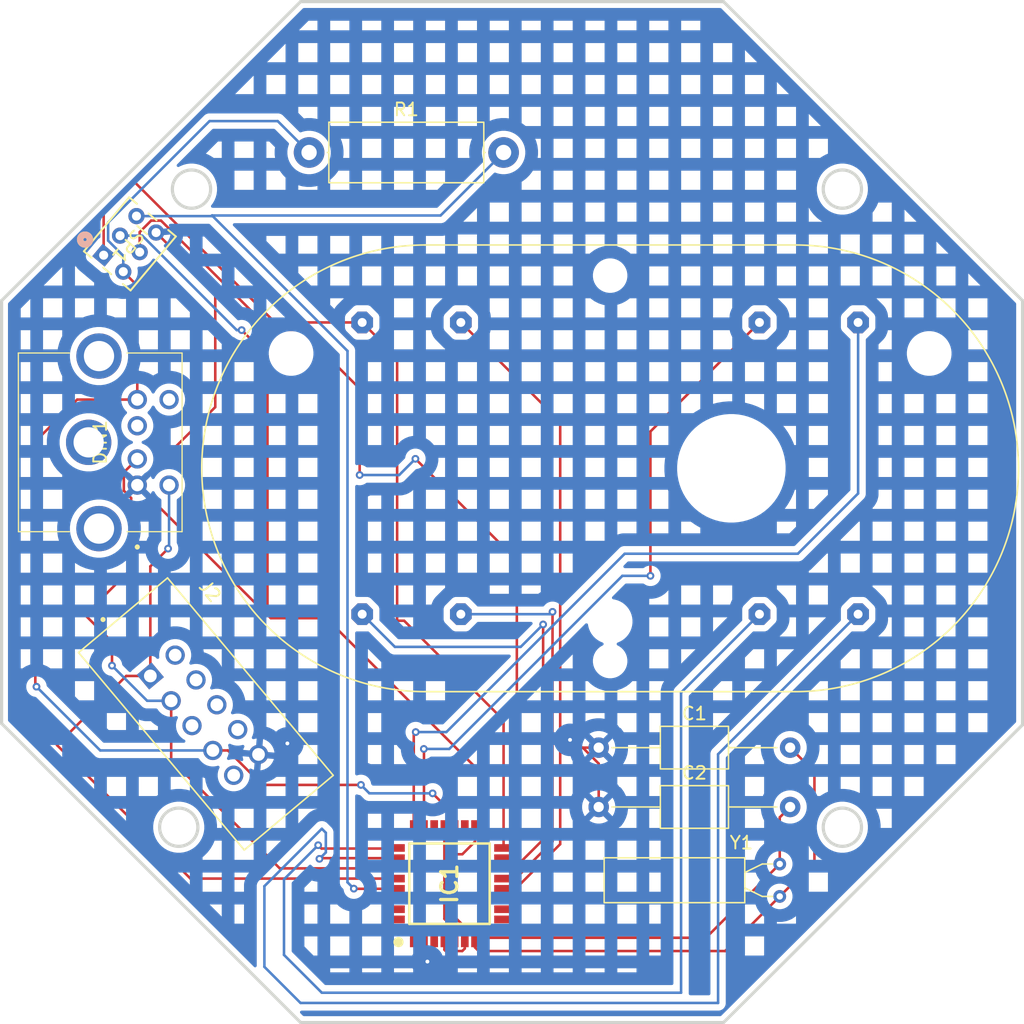
<source format=kicad_pcb>
(kicad_pcb (version 20241229) (generator "pcbnew") (generator_version "9.0")
  (layers (0 "F.Cu" signal) (2 "B.Cu" signal) (13 "F.Paste" user) (15 "B.Paste" user) (5 "F.SilkS" user "F.Silkscreen") (7 "B.SilkS" user "B.Silkscreen") (1 "F.Mask" user) (3 "B.Mask" user) (25 "Edge.Cuts" user))
  (net 0 "")
  (net 1 "GND")
  (net 2 "Net-(IC1-(PCINT6{slash}XTAL1{slash}TOSC1)_PB6)")
  (net 3 "Net-(IC1-(PCINT7{slash}XTAL2{slash}TOSC2)_PB7)")
  (net 4 "SDA")
  (net 8 "VCC")
  (net 11 "SCL")
  (net 13 "PD3")
  (net 14 "MOT_HOUR_A")
  (net 16 "MOT_MINUTE_A")
  (net 20 "MOT_MINUTE_D")
  (net 21 "SCK")
  (net 22 "MOT_HOUR_C")
  (net 23 "RESET")
  (net 24 "MISO&MOT_MINUTE_B")
  (net 25 "PD2")
  (net 26 "MOT_HOUR_D")
  (net 27 "MOT_HOUR_B")
  (net 28 "MOSI")
  (net 31 "MOT_MINUTE_C")
  (footprint "SamacSys_Parts:QFP80P900X900X120-32N" (layer "F.Cu") (at 133.3538 121.4056 90)
    (property "Reference" "IC1" (at 0 0 90) (layer "F.SilkS") (effects (font (size 1.27 1.27) (thickness 0.254))))
    (property "Value" "ATMEGA328-AU" (hide yes))
    (fp_line (start 3.15 -3.15) (end 3.15 3.15) (stroke (width 0.2)) (layer "F.SilkS"))
    (fp_line (start -3.15 -3.15) (end 3.15 -3.15) (stroke (width 0.2)) (layer "F.SilkS"))
    (fp_line (start 3.15 3.15) (end -3.15 3.15) (stroke (width 0.2)) (layer "F.SilkS"))
    (fp_line (start -3.15 3.15) (end -3.15 -3.15) (stroke (width 0.2)) (layer "F.SilkS"))
    (fp_circle (center -4.575 -4.000001) (end -4.575 -3.8) (stroke (width 0.4)) (fill no) (layer "F.SilkS"))
    (pad "1" smd rect (at -4.238001 -2.8 180) (size 0.6 1.475) (layers "F.Cu" "F.Mask" "F.Paste") (net 13 "PD3"))
    (pad "2" smd rect (at -4.238 -2 180) (size 0.6 1.475) (layers "F.Cu" "F.Mask" "F.Paste"))
    (pad "3" smd rect (at -4.238 -1.200001 180) (size 0.6 1.475) (layers "F.Cu" "F.Mask" "F.Paste") (net 1 "GND"))
    (pad "4" smd rect (at -4.238 -0.4 180) (size 0.6 1.475) (layers "F.Cu" "F.Mask" "F.Paste") (net 8 "VCC"))
    (pad "5" smd rect (at -4.238 0.4 180) (size 0.6 1.475) (layers "F.Cu" "F.Mask" "F.Paste") (net 1 "GND"))
    (pad "6" smd rect (at -4.238 1.200001 180) (size 0.6 1.475) (layers "F.Cu" "F.Mask" "F.Paste") (net 8 "VCC"))
    (pad "7" smd rect (at -4.238 2 180) (size 0.6 1.475) (layers "F.Cu" "F.Mask" "F.Paste") (net 2 "Net-(IC1-(PCINT6{slash}XTAL1{slash}TOSC1)_PB6)"))
    (pad "8" smd rect (at -4.238001 2.8 180) (size 0.6 1.475) (layers "F.Cu" "F.Mask" "F.Paste") (net 3 "Net-(IC1-(PCINT7{slash}XTAL2{slash}TOSC2)_PB7)"))
    (pad "9" smd rect (at -2.8 4.238001 90) (size 0.6 1.475) (layers "F.Cu" "F.Mask" "F.Paste"))
    (pad "10" smd rect (at -2 4.238 90) (size 0.6 1.475) (layers "F.Cu" "F.Mask" "F.Paste"))
    (pad "11" smd rect (at -1.200001 4.238 90) (size 0.6 1.475) (layers "F.Cu" "F.Mask" "F.Paste"))
    (pad "12" smd rect (at -0.4 4.238 90) (size 0.6 1.475) (layers "F.Cu" "F.Mask" "F.Paste") (net 20 "MOT_MINUTE_D"))
    (pad "13" smd rect (at 0.4 4.238 90) (size 0.6 1.475) (layers "F.Cu" "F.Mask" "F.Paste") (net 31 "MOT_MINUTE_C"))
    (pad "14" smd rect (at 1.200001 4.238 90) (size 0.6 1.475) (layers "F.Cu" "F.Mask" "F.Paste") (net 16 "MOT_MINUTE_A"))
    (pad "15" smd rect (at 2 4.238 90) (size 0.6 1.475) (layers "F.Cu" "F.Mask" "F.Paste") (net 28 "MOSI"))
    (pad "16" smd rect (at 2.8 4.238001 90) (size 0.6 1.475) (layers "F.Cu" "F.Mask" "F.Paste") (net 24 "MISO&MOT_MINUTE_B"))
    (pad "17" smd rect (at 4.238001 2.8 180) (size 0.6 1.475) (layers "F.Cu" "F.Mask" "F.Paste") (net 21 "SCK"))
    (pad "18" smd rect (at 4.238 2 180) (size 0.6 1.475) (layers "F.Cu" "F.Mask" "F.Paste") (net 8 "VCC"))
    (pad "19" smd rect (at 4.238 1.200001 180) (size 0.6 1.475) (layers "F.Cu" "F.Mask" "F.Paste"))
    (pad "20" smd rect (at 4.238 0.4 180) (size 0.6 1.475) (layers "F.Cu" "F.Mask" "F.Paste") (net 8 "VCC"))
    (pad "21" smd rect (at 4.238 -0.4 180) (size 0.6 1.475) (layers "F.Cu" "F.Mask" "F.Paste") (net 1 "GND"))
    (pad "22" smd rect (at 4.238 -1.200001 180) (size 0.6 1.475) (layers "F.Cu" "F.Mask" "F.Paste"))
    (pad "23" smd rect (at 4.238 -2 180) (size 0.6 1.475) (layers "F.Cu" "F.Mask" "F.Paste") (net 27 "MOT_HOUR_B"))
    (pad "24" smd rect (at 4.238001 -2.8 180) (size 0.6 1.475) (layers "F.Cu" "F.Mask" "F.Paste") (net 26 "MOT_HOUR_D"))
    (pad "25" smd rect (at 2.8 -4.238001 90) (size 0.6 1.475) (layers "F.Cu" "F.Mask" "F.Paste") (net 14 "MOT_HOUR_A"))
    (pad "26" smd rect (at 2 -4.238 90) (size 0.6 1.475) (layers "F.Cu" "F.Mask" "F.Paste") (net 22 "MOT_HOUR_C"))
    (pad "27" smd rect (at 1.200001 -4.238 90) (size 0.6 1.475) (layers "F.Cu" "F.Mask" "F.Paste") (net 4 "SDA"))
    (pad "28" smd rect (at 0.4 -4.238 90) (size 0.6 1.475) (layers "F.Cu" "F.Mask" "F.Paste") (net 11 "SCL"))
    (pad "29" smd rect (at -0.4 -4.238 90) (size 0.6 1.475) (layers "F.Cu" "F.Mask" "F.Paste") (net 23 "RESET"))
    (pad "30" smd rect (at -1.200001 -4.238 90) (size 0.6 1.475) (layers "F.Cu" "F.Mask" "F.Paste"))
    (pad "31" smd rect (at -2 -4.238 90) (size 0.6 1.475) (layers "F.Cu" "F.Mask" "F.Paste"))
    (pad "32" smd rect (at -2.8 -4.238001 90) (size 0.6 1.475) (layers "F.Cu" "F.Mask" "F.Paste") (net 25 "PD2"))
  )
  (footprint "Resistor_THT:R_Axial_DIN0414_L11.9mm_D4.5mm_P15.24mm_Horizontal" (layer "F.Cu") (at 122.3518 64.1096)
    (property "Reference" "R1" (at 7.62 -3.37 0) (layer "F.SilkS"))
    (property "Value" "R")
    (fp_line (start 1.44 0) (end 1.55 0) (stroke (width 0.12)) (layer "F.SilkS"))
    (fp_line (start 13.8 0) (end 13.69 0) (stroke (width 0.12)) (layer "F.SilkS"))
    (fp_rect (start 1.55 -2.37) (end 13.69 2.37) (stroke (width 0.12)) (fill no) (layer "F.SilkS"))
    (pad "1" thru_hole circle (at 0 0) (size 2.4 2.4) (drill 1.2) (layers "*.Cu" "*.Mask") (net 8 "VCC"))
    (pad "2" thru_hole circle (at 15.24 0) (size 2.4 2.4) (drill 1.2) (layers "*.Cu" "*.Mask") (net 23 "RESET"))
  )
  (footprint "SBH11-PBPC-D05-ST-BK:SULLINS_SBH11-PBPC-D05-ST-BK" (layer "F.Cu") (at 114.151163 108.202234 -50)
    (property "Reference" "J2" (at -7.174999 -6.584999 130) (layer "F.SilkS"))
    (property "Value" "SBH11-PBPC-D05-ST-BK")
    (fp_line (start -10.1 4.399999) (end 10.099998 4.400003) (stroke (width 0.127)) (layer "F.SilkS"))
    (fp_line (start -10.099998 -4.700001) (end -10.1 4.399999) (stroke (width 0.127)) (layer "F.SilkS"))
    (fp_line (start 10.099998 4.400003) (end 10.100001 -4.7) (stroke (width 0.127)) (layer "F.SilkS"))
    (fp_line (start 10.100001 -4.7) (end -10.099998 -4.700001) (stroke (width 0.127)) (layer "F.SilkS"))
    (fp_circle (center -10.850001 1.270001) (end -10.749999 1.270002) (stroke (width 0.2)) (fill no) (layer "F.SilkS"))
    (pad "1" thru_hole rect (at -5.08 1.269999 310) (size 1.508 1.508) (drill 1) (layers "*.Cu" "*.Mask") (net 11 "SCL"))
    (pad "2" thru_hole circle (at -5.080001 -1.27 310) (size 1.508 1.508) (drill 1) (layers "*.Cu" "*.Mask"))
    (pad "3" thru_hole circle (at -2.540001 1.270001 310) (size 1.508 1.508) (drill 1) (layers "*.Cu" "*.Mask") (net 4 "SDA"))
    (pad "4" thru_hole circle (at -2.540001 -1.270001 310) (size 1.508 1.508) (drill 1) (layers "*.Cu" "*.Mask"))
    (pad "5" thru_hole circle (at -0.000003 1.269998 310) (size 1.508 1.508) (drill 1) (layers "*.Cu" "*.Mask"))
    (pad "6" thru_hole circle (at 0.000003 -1.269998 310) (size 1.508 1.508) (drill 1) (layers "*.Cu" "*.Mask"))
    (pad "7" thru_hole circle (at 2.540001 1.270001 310) (size 1.508 1.508) (drill 1) (layers "*.Cu" "*.Mask") (net 8 "VCC"))
    (pad "8" thru_hole circle (at 2.540001 -1.270001 310) (size 1.508 1.508) (drill 1) (layers "*.Cu" "*.Mask"))
    (pad "9" thru_hole circle (at 5.080001 1.27 310) (size 1.508 1.508) (drill 1) (layers "*.Cu" "*.Mask"))
    (pad "10" thru_hole circle (at 5.08 -1.269999 310) (size 1.508 1.508) (drill 1) (layers "*.Cu" "*.Mask") (net 1 "GND"))
  )
  (footprint "VID28-05:VID28-05" (layer "F.Cu") (at 145.942 88.857601)
    (property "Reference" "VID28-1" (hide yes))
    (property "Value" "~" (hide yes))
    (fp_line (start -14.5 -17.5) (end 14.5 -17.5) (stroke (width 0.127)) (layer "F.SilkS"))
    (fp_line (start -14.5 17.5) (end 14.5 17.5) (stroke (width 0.127)) (layer "F.SilkS"))
    (fp_arc (start -14.499998 17.5) (mid -31.999999 0.000001) (end -14.5 -17.5) (stroke (width 0.127)) (layer "F.SilkS"))
    (fp_arc (start 14.5 -17.5) (mid 31.999999 0.000001) (end 14.499998 17.5) (stroke (width 0.127)) (layer "F.SilkS"))
    (pad "" np_thru_hole circle (at -25 -9.000001) (size 3 3) (drill 3) (layers "*.Cu" "*.Mask"))
    (pad "" np_thru_hole circle (at 0 -15.099999) (size 2.2 2.2) (drill 2.2) (layers "*.Cu" "*.Mask"))
    (pad "" np_thru_hole circle (at 0 11.999999) (size 3 3) (drill 3) (layers "*.Cu" "*.Mask"))
    (pad "" np_thru_hole circle (at 0 15.099999) (size 2.2 2.2) (drill 2.2) (layers "*.Cu" "*.Mask"))
    (pad "" np_thru_hole circle (at 9.499999 0) (size 8 8) (drill 8) (layers "*.Cu" "*.Mask"))
    (pad "" np_thru_hole circle (at 25 -9.000001) (size 3 3) (drill 3) (layers "*.Cu" "*.Mask"))
    (pad "HA" thru_hole roundrect (at 11.7 11.43) (size 1.7 1.7) (drill 0.7) (layers "*.Cu" "*.Mask") (chamfer_ratio 0.2928932188) (chamfer top_left top_right bottom_left bottom_right) (net 14 "MOT_HOUR_A"))
    (pad "HB" thru_hole roundrect (at 11.7 -11.43) (size 1.7 1.7) (drill 0.7) (layers "*.Cu" "*.Mask") (chamfer_ratio 0.2928932188) (chamfer top_left top_right bottom_left bottom_right) (net 27 "MOT_HOUR_B"))
    (pad "HC" thru_hole roundrect (at 19.43 11.43) (size 1.7 1.7) (drill 0.7) (layers "*.Cu" "*.Mask") (chamfer_ratio 0.2928932188) (chamfer top_left top_right bottom_left bottom_right) (net 22 "MOT_HOUR_C"))
    (pad "HD" thru_hole roundrect (at 19.43 -11.43) (size 1.7 1.7) (drill 0.7) (layers "*.Cu" "*.Mask") (chamfer_ratio 0.2928932188) (chamfer top_left top_right bottom_left bottom_right) (net 26 "MOT_HOUR_D"))
    (pad "MA" thru_hole roundrect (at -19.43 11.43) (size 1.7 1.7) (drill 0.7) (layers "*.Cu" "*.Mask") (chamfer_ratio 0.2928932188) (chamfer top_left top_right bottom_left bottom_right) (net 16 "MOT_MINUTE_A"))
    (pad "MB" thru_hole roundrect (at -19.43 -11.43) (size 1.7 1.7) (drill 0.7) (layers "*.Cu" "*.Mask") (chamfer_ratio 0.2928932188) (chamfer top_left top_right bottom_left bottom_right) (net 24 "MISO&MOT_MINUTE_B"))
    (pad "MC" thru_hole roundrect (at -11.7 11.43) (size 1.7 1.7) (drill 0.7) (layers "*.Cu" "*.Mask") (chamfer_ratio 0.2928932188) (chamfer top_left top_right bottom_left bottom_right) (net 31 "MOT_MINUTE_C"))
    (pad "MD" thru_hole roundrect (at -11.7 -11.43) (size 1.7 1.7) (drill 0.7) (layers "*.Cu" "*.Mask") (chamfer_ratio 0.2928932188) (chamfer top_left top_right bottom_left bottom_right) (net 20 "MOT_MINUTE_D"))
  )
  (footprint "Capacitor_THT:C_Axial_L5.1mm_D3.1mm_P15.00mm_Horizontal" (layer "F.Cu") (at 145.0454 110.744)
    (property "Reference" "C1" (at 7.5 -2.67 0) (layer "F.SilkS"))
    (property "Value" "C")
    (fp_line (start 1.04 0) (end 4.83 0) (stroke (width 0.12)) (layer "F.SilkS"))
    (fp_line (start 13.96 0) (end 10.17 0) (stroke (width 0.12)) (layer "F.SilkS"))
    (fp_rect (start 4.83 -1.67) (end 10.17 1.67) (stroke (width 0.12)) (fill no) (layer "F.SilkS"))
    (pad "1" thru_hole circle (at 0 0) (size 1.6 1.6) (drill 0.8) (layers "*.Cu" "*.Mask") (net 1 "GND"))
    (pad "2" thru_hole circle (at 15 0) (size 1.6 1.6) (drill 0.8) (layers "*.Cu" "*.Mask") (net 2 "Net-(IC1-(PCINT6{slash}XTAL1{slash}TOSC1)_PB6)"))
  )
  (footprint "5750071-1:57500711" (layer "F.Cu") (at 108.8898 88.121801 -90)
    (property "Reference" "DIN1" (at -1.3 2.905 90) (layer "F.SilkS"))
    (property "Value" "5750071-1")
    (fp_line (start -8.300001 9.319998) (end 5.699999 9.31) (stroke (width 0.1)) (layer "F.SilkS"))
    (fp_line (start 5.699999 9.31) (end 5.700002 5.310002) (stroke (width 0.1)) (layer "F.SilkS"))
    (fp_line (start -8.300001 5.309999) (end -8.300001 9.319998) (stroke (width 0.1)) (layer "F.SilkS"))
    (fp_line (start -8.299998 0.81) (end -8.299998 -3.51) (stroke (width 0.1)) (layer "F.SilkS"))
    (fp_line (start 6.799999 0.000001) (end 6.799999 0.000001) (stroke (width 0.2)) (layer "F.SilkS"))
    (fp_line (start 7 -0.000001) (end 7 -0.000001) (stroke (width 0.2)) (layer "F.SilkS"))
    (fp_line (start 5.700001 -3.509999) (end 5.700001 0.809999) (stroke (width 0.1)) (layer "F.SilkS"))
    (fp_line (start -8.299998 -3.51) (end 5.700001 -3.509999) (stroke (width 0.1)) (layer "F.SilkS"))
    (fp_arc (start 6.799999 0.000001) (mid 6.899999 -0.099998) (end 7 -0.000001) (stroke (width 0.2)) (layer "F.SilkS"))
    (fp_arc (start 7 -0.000001) (mid 6.9 0.099998) (end 6.799999 0.000001) (stroke (width 0.2)) (layer "F.SilkS"))
    (pad "1" thru_hole circle (at 0 0 270) (size 1.509 1.509) (drill 0.97) (layers "*.Cu" "*.Mask") (net 4 "SDA"))
    (pad "2" thru_hole circle (at -2.600001 0 270) (size 1.509 1.509) (drill 0.97) (layers "*.Cu" "*.Mask"))
    (pad "3" thru_hole circle (at 2.050003 -0.000002 270) (size 1.509 1.509) (drill 0.97) (layers "*.Cu" "*.Mask") (net 1 "GND"))
    (pad "4" thru_hole circle (at -4.650003 0 270) (size 1.509 1.509) (drill 0.97) (layers "*.Cu" "*.Mask") (net 8 "VCC"))
    (pad "5" thru_hole circle (at 2.049999 -2.489998 270) (size 1.509 1.509) (drill 0.97) (layers "*.Cu" "*.Mask") (net 11 "SCL"))
    (pad "6" thru_hole circle (at -4.650002 -2.49 270) (size 1.509 1.509) (drill 0.97) (layers "*.Cu" "*.Mask"))
    (pad "MH1" thru_hole circle (at 5.460001 2.999998 270) (size 3.555 3.555) (drill 2.37) (layers "*.Cu" "*.Mask"))
    (pad "MH2" thru_hole circle (at -1.300003 3.809999 270) (size 3.555 3.555) (drill 2.37) (layers "*.Cu" "*.Mask"))
    (pad "MH3" thru_hole circle (at -8.060002 3.000002 270) (size 3.555 3.555) (drill 2.37) (layers "*.Cu" "*.Mask"))
  )
  (footprint "footprints:CON6_2X3_UH_MMS_SAI" (layer "F.Cu") (at 108.30885 71.27058 -130)
    (property "Reference" "ISP1" (at 0 0 230) (layer "F.SilkS"))
    (property "Value" "MMS-103-01-L-DV")
    (fp_line (start 2.762 2.387603) (end 2.762002 1.599855) (stroke (width 0.1524)) (layer "F.SilkS"))
    (fp_line (start 2.762004 0.406748) (end 2.761998 -0.406748) (stroke (width 0.1524)) (layer "F.SilkS"))
    (fp_line (start 2.761998 -1.599854) (end 2.762001 -2.387603) (stroke (width 0.1524)) (layer "F.SilkS"))
    (fp_line (start -2.762001 2.387603) (end 2.762 2.387603) (stroke (width 0.1524)) (layer "F.SilkS"))
    (fp_line (start 2.762001 -2.387603) (end -2.762 -2.387603) (stroke (width 0.1524)) (layer "F.SilkS"))
    (fp_line (start -2.761998 1.599854) (end -2.762001 2.387603) (stroke (width 0.1524)) (layer "F.SilkS"))
    (fp_line (start -2.762004 -0.406748) (end -2.761998 0.406748) (stroke (width 0.1524)) (layer "F.SilkS"))
    (fp_line (start -2.762 -2.387603) (end -2.762002 -1.599855) (stroke (width 0.1524)) (layer "F.SilkS"))
    (fp_circle (center 1.999999 2.908298) (end 2.380999 2.908299) (stroke (width 0.508)) (fill no) (layer "F.SilkS"))
    (fp_circle (center 1.999999 2.908298) (end 2.380999 2.908299) (stroke (width 0.508)) (fill no) (layer "B.SilkS"))
    (pad "1" thru_hole rect (at 2.000001 1.003302 320) (size 1.27 1.27) (drill 0.7112) (layers "*.Cu" "*.Mask") (net 24 "MISO&MOT_MINUTE_B"))
    (pad "2" thru_hole circle (at 1.999998 -1.003301 320) (size 1.27 1.27) (drill 0.7112) (layers "*.Cu" "*.Mask") (net 8 "VCC"))
    (pad "3" thru_hole circle (at 0 1.003301 320) (size 1.27 1.27) (drill 0.7112) (layers "*.Cu" "*.Mask") (net 21 "SCK"))
    (pad "4" thru_hole circle (at 0 -1.003301 320) (size 1.27 1.27) (drill 0.7112) (layers "*.Cu" "*.Mask") (net 28 "MOSI"))
    (pad "5" thru_hole circle (at -1.999998 1.003301 320) (size 1.27 1.27) (drill 0.7112) (layers "*.Cu" "*.Mask") (net 23 "RESET"))
    (pad "6" thru_hole circle (at -2.000001 -1.003302 320) (size 1.27 1.27) (drill 0.7112) (layers "*.Cu" "*.Mask") (net 1 "GND"))
  )
  (footprint "Crystal:Crystal_AT310_D3.0mm_L10.0mm_Horizontal" (layer "F.Cu") (at 159.231199 119.862601 -90)
    (property "Reference" "Y1" (at -1.669996 3.002501 0) (layer "F.SilkS"))
    (property "Value" "Crystal")
    (fp_line (start 1.870003 2.740002) (end 2.540001 1.369999) (stroke (width 0.12)) (layer "F.SilkS"))
    (fp_line (start 0.670002 2.739999) (end 0 1.37) (stroke (width 0.12)) (layer "F.SilkS"))
    (fp_line (start 0 1.37) (end 0 0.56) (stroke (width 0.12)) (layer "F.SilkS"))
    (fp_line (start 2.540001 1.369999) (end 2.54 0.56) (stroke (width 0.12)) (layer "F.SilkS"))
    (fp_poly (pts (xy -0.490001 2.740004) (xy 3.029999 2.740003) (xy 3.029996 13.759999) (xy -0.49 13.760002)) (stroke (width 0.12)) (fill no) (layer "F.SilkS"))
    (pad "1" thru_hole circle (at 0 0 270) (size 1 1) (drill 0.5) (layers "*.Cu" "*.Mask") (net 3 "Net-(IC1-(PCINT7{slash}XTAL2{slash}TOSC2)_PB7)"))
    (pad "2" thru_hole circle (at 2.54 0 270) (size 1 1) (drill 0.5) (layers "*.Cu" "*.Mask") (net 2 "Net-(IC1-(PCINT6{slash}XTAL1{slash}TOSC1)_PB6)"))
  )
  (footprint "Capacitor_THT:C_Axial_L5.1mm_D3.1mm_P15.00mm_Horizontal" (layer "F.Cu") (at 145.0454 115.394)
    (property "Reference" "C2" (at 7.5 -2.67 0) (layer "F.SilkS"))
    (property "Value" "C")
    (fp_line (start 1.04 0) (end 4.83 0) (stroke (width 0.12)) (layer "F.SilkS"))
    (fp_line (start 13.96 0) (end 10.17 0) (stroke (width 0.12)) (layer "F.SilkS"))
    (fp_rect (start 4.83 -1.67) (end 10.17 1.67) (stroke (width 0.12)) (fill no) (layer "F.SilkS"))
    (pad "1" thru_hole circle (at 0 0) (size 1.6 1.6) (drill 0.8) (layers "*.Cu" "*.Mask") (net 1 "GND"))
    (pad "2" thru_hole circle (at 15 0) (size 1.6 1.6) (drill 0.8) (layers "*.Cu" "*.Mask") (net 3 "Net-(IC1-(PCINT7{slash}XTAL2{slash}TOSC2)_PB7)"))
  )
  (gr_circle (center 164.138106 116.979454) (end 165.638106 116.979454) (stroke (width 0.25)) (fill no) (layer "Edge.Cuts"))
  (gr_line (start 121.688658 52.285942) (end 98.2572 75.7174) (stroke (width 0.25)) (layer "Edge.Cuts"))
  (gr_line (start 178.2572 108.954209) (end 178.2572 75.7174) (stroke (width 0.25)) (layer "Edge.Cuts"))
  (gr_line (start 121.688658 132.285942) (end 154.825743 132.285942) (stroke (width 0.25)) (layer "Edge.Cuts"))
  (gr_circle (center 112.138122 116.979499) (end 113.638122 116.979499) (stroke (width 0.25)) (fill no) (layer "Edge.Cuts"))
  (gr_line (start 154.825743 132.285942) (end 178.2572 108.954209) (stroke (width 0.25)) (layer "Edge.Cuts"))
  (gr_line (start 154.825743 52.285942) (end 121.688658 52.285942) (stroke (width 0.25)) (layer "Edge.Cuts"))
  (gr_line (start 98.2572 75.7174) (end 98.2572 108.854485) (stroke (width 0.25)) (layer "Edge.Cuts"))
  (gr_circle (center 164.138106 66.979454) (end 165.638106 66.979454) (stroke (width 0.25)) (fill no) (layer "Edge.Cuts"))
  (gr_line (start 178.2572 75.7174) (end 154.825743 52.285942) (stroke (width 0.25)) (layer "Edge.Cuts"))
  (gr_line (start 98.2572 108.854485) (end 121.688658 132.285942) (stroke (width 0.25)) (layer "Edge.Cuts"))
  (gr_circle (center 113.138106 66.979454) (end 114.638106 66.979454) (stroke (width 0.25)) (fill no) (layer "Edge.Cuts"))
  (segment (start 142.8 110.15) (end 142.8 110.1356) (width 0.2) (layer "F.Cu") (net 1))
  (segment (start 133.5548 124.6051) (end 133.4008 124.6051) (width 0.2) (layer "F.Cu") (net 1))
  (segment (start 132.254799 124.6051) (end 132.153799 124.7061) (width 0.2) (layer "F.Cu") (net 1))
  (segment (start 133.4008 124.6051) (end 132.9538 124.1581) (width 0.2) (layer "F.Cu") (net 1))
  (segment (start 132.153799 126.996201) (end 131.65 127.5) (width 0.2) (layer "F.Cu") (net 1))
  (segment (start 133.4008 124.6051) (end 132.254799 124.6051) (width 0.2) (layer "F.Cu") (net 1))
  (segment (start 145.0454 111.9954) (end 145.0454 115.394) (width 0.2) (layer "F.Cu") (net 1))
  (segment (start 131.6308 127.5) (end 131.6228 127.508) (width 0.2) (layer "F.Cu") (net 1))
  (segment (start 118.3894 111.2774) (end 118.3894 99.671402) (width 0.2) (layer "F.Cu") (net 1))
  (segment (start 143.794 110.744) (end 145.0454 111.9954) (width 0.2) (layer "F.Cu") (net 1))
  (segment (start 143.794 110.744) (end 143.394 110.744) (width 0.2) (layer "F.Cu") (net 1))
  (segment (start 119.7226 111.2774) (end 120.55 110.45) (width 0.2) (layer "F.Cu") (net 1))
  (segment (start 120.6138 110.45) (end 120.65 110.4138) (width 0.2) (layer "F.Cu") (net 1))
  (segment (start 131.65 127.5) (end 131.6308 127.5) (width 0.2) (layer "F.Cu") (net 1))
  (segment (start 118.3894 99.671402) (end 108.889802 90.171804) (width 0.2) (layer "F.Cu") (net 1))
  (segment (start 108.889802 90.171804) (end 115 84.061606) (width 0.2) (layer "F.Cu") (net 1))
  (segment (start 118.3894 111.2774) (end 119.7226 111.2774) (width 0.2) (layer "F.Cu") (net 1))
  (segment (start 145.0454 110.744) (end 143.794 110.744) (width 0.2) (layer "F.Cu") (net 1))
  (segment (start 132.9538 124.1581) (end 132.9538 117.1676) (width 0.2) (layer "F.Cu") (net 1))
  (segment (start 142.8 110.1356) (end 142.7988 110.1344) (width 0.2) (layer "F.Cu") (net 1))
  (segment (start 133.7538 124.8041) (end 133.5548 124.6051) (width 0.2) (layer "F.Cu") (net 1))
  (segment (start 115 84.061606) (end 115 75.0204) (width 0.2) (layer "F.Cu") (net 1))
  (segment (start 143.394 110.744) (end 142.8 110.15) (width 0.2) (layer "F.Cu") (net 1))
  (segment (start 133.7538 125.6436) (end 133.7538 124.8041) (width 0.2) (layer "F.Cu") (net 1))
  (segment (start 115 75.0204) (end 110.363 70.3834) (width 0.2) (layer "F.Cu") (net 1))
  (segment (start 132.153799 125.6436) (end 132.153799 126.996201) (width 0.2) (layer "F.Cu") (net 1))
  (segment (start 120.55 110.45) (end 120.6138 110.45) (width 0.2) (layer "F.Cu") (net 1))
  (segment (start 132.153799 124.7061) (end 132.153799 125.6436) (width 0.2) (layer "F.Cu") (net 1))
  (via (at 131.6228 127.508) (size 0.6) (drill 0.3) (layers "F.Cu" "B.Cu") (net 1))
  (via (at 120.65 110.4138) (size 0.6) (drill 0.3) (layers "F.Cu" "B.Cu") (net 1))
  (via (at 142.7988 110.1344) (size 0.6) (drill 0.3) (layers "F.Cu" "B.Cu") (net 1))
  (segment (start 161.95 119.6838) (end 159.231199 122.402601) (width 0.2) (layer "F.Cu") (net 2))
  (segment (start 135.636902 126.682101) (end 135.3538 126.398999) (width 0.2) (layer "F.Cu") (net 2))
  (segment (start 160.0454 110.744) (end 161.95 112.6486) (width 0.2) (layer "F.Cu") (net 2))
  (segment (start 154.951699 126.682101) (end 135.636902 126.682101) (width 0.2) (layer "F.Cu") (net 2))
  (segment (start 161.95 112.6486) (end 161.95 119.6838) (width 0.2) (layer "F.Cu") (net 2))
  (segment (start 135.3538 126.398999) (end 135.3538 125.6436) (width 0.2) (layer "F.Cu") (net 2))
  (segment (start 159.231199 122.402601) (end 154.951699 126.682101) (width 0.2) (layer "F.Cu") (net 2))
  (segment (start 159.231199 119.862601) (end 153.450199 125.643601) (width 0.2) (layer "F.Cu") (net 3))
  (segment (start 159.231199 116.208201) (end 160.0454 115.394) (width 0.2) (layer "F.Cu") (net 3))
  (segment (start 153.450199 125.643601) (end 136.1538 125.643601) (width 0.2) (layer "F.Cu") (net 3))
  (segment (start 159.231199 119.862601) (end 159.231199 116.208201) (width 0.2) (layer "F.Cu") (net 3))
  (segment (start 108.8898 88.121801) (end 107.834302 89.177299) (width 0.2) (layer "F.Cu") (net 4))
  (segment (start 108.41036 96.73964) (end 104.8 100.35) (width 0.2) (layer "F.Cu") (net 4))
  (segment (start 111.545605 107.072821) (end 111.545605 111.695605) (width 0.2) (layer "F.Cu") (net 4))
  (segment (start 111.545605 111.695605) (end 120.055599 120.205599) (width 0.2) (layer "F.Cu") (net 4))
  (segment (start 120.055599 120.205599) (end 129.1158 120.205599) (width 0.2) (layer "F.Cu") (net 4))
  (segment (start 104.8 100.35) (end 106.9086 102.4586) (width 0.2) (layer "F.Cu") (net 4))
  (segment (start 107.834302 89.177299) (end 107.834302 90.609007) (width 0.2) (layer "F.Cu") (net 4))
  (segment (start 107.834302 90.609007) (end 108.41036 91.185065) (width 0.2) (layer "F.Cu") (net 4))
  (segment (start 108.41036 91.185065) (end 108.41036 96.73964) (width 0.2) (layer "F.Cu") (net 4))
  (segment (start 106.9086 102.4586) (end 106.9086 104.3178) (width 0.2) (layer "F.Cu") (net 4))
  (via (at 106.9086 104.3178) (size 0.6) (drill 0.3) (layers "F.Cu" "B.Cu") (net 4))
  (segment (start 106.9086 104.3178) (end 109.663621 107.072821) (width 0.2) (layer "B.Cu") (net 4))
  (segment (start 109.663621 107.072821) (end 111.545605 107.072821) (width 0.2) (layer "B.Cu") (net 4))
  (segment (start 134.3548 126.6821) (end 133.0548 126.6821) (width 0.2) (layer "F.Cu") (net 8))
  (segment (start 108.8898 83.471798) (end 104.178202 83.471798) (width 0.2) (layer "F.Cu") (net 8))
  (segment (start 134.553801 125.6436) (end 134.553801 126.483099) (width 0.2) (layer "F.Cu") (net 8))
  (segment (start 104.178202 83.471798) (end 100.9 86.75) (width 0.2) (layer "F.Cu") (net 8))
  (segment (start 118.690563 113.665) (end 115.989892 110.964329) (width 0.2) (layer "F.Cu") (net 8))
  (segment (start 135.3538 118.1051) (end 134.3589 119.1) (width 0.2) (layer "F.Cu") (net 8))
  (segment (start 134.553801 126.483099) (end 134.3548 126.6821) (width 0.2) (layer "F.Cu") (net 8))
  (segment (start 133.7538 117.1676) (end 133.7538 116.05) (width 0.2) (layer "F.Cu") (net 8))
  (segment (start 108.8898 74.545528) (end 108.8898 83.471798) (width 0.2) (layer "F.Cu") (net 8))
  (segment (start 134.3589 119.1) (end 133.9 119.1) (width 0.2) (layer "F.Cu") (net 8))
  (segment (start 115.989892 110.964329) (end 114.810967 110.964329) (width 0.2) (layer "F.Cu") (net 8))
  (segment (start 132.9538 126.5811) (end 132.9538 125.6436) (width 0.2) (layer "F.Cu") (net 8))
  (segment (start 134.553801 124.804101) (end 134.553801 125.6436) (width 0.2) (layer "F.Cu") (net 8))
  (segment (start 133.7538 116.05) (end 132.0292 114.3254) (width 0.2) (layer "F.Cu") (net 8))
  (segment (start 133.7538 124.0041) (end 134.553801 124.804101) (width 0.2) (layer "F.Cu") (net 8))
  (segment (start 100.9 105.8784) (end 100.9904 105.9688) (width 0.2) (layer "F.Cu") (net 8))
  (segment (start 135.3538 117.1676) (end 135.3538 118.1051) (width 0.2) (layer "F.Cu") (net 8))
  (segment (start 107.791849 73.447577) (end 108.8898 74.545528) (width 0.2) (layer "F.Cu") (net 8))
  (segment (start 126.4158 113.665) (end 118.690563 113.665) (width 0.2) (layer "F.Cu") (net 8))
  (segment (start 133.0548 126.6821) (end 132.9538 126.5811) (width 0.2) (layer "F.Cu") (net 8))
  (segment (start 133.7538 117.1676) (end 133.7538 124.0041) (width 0.2) (layer "F.Cu") (net 8))
  (segment (start 100.9 86.75) (end 100.9 105.8784) (width 0.2) (layer "F.Cu") (net 8))
  (via (at 132.0292 114.3254) (size 0.6) (drill 0.3) (layers "F.Cu" "B.Cu") (net 8))
  (via (at 126.4158 113.665) (size 0.6) (drill 0.3) (layers "F.Cu" "B.Cu") (net 8))
  (via (at 100.9904 105.9688) (size 0.6) (drill 0.3) (layers "F.Cu" "B.Cu") (net 8))
  (segment (start 106.604277 69.595723) (end 114.55 61.65) (width 0.2) (layer "B.Cu") (net 8))
  (segment (start 105.985929 110.964329) (end 114.810967 110.964329) (width 0.2) (layer "B.Cu") (net 8))
  (segment (start 107.791849 73.447577) (end 107.791849 72.200947) (width 0.2) (layer "B.Cu") (net 8))
  (segment (start 114.55 61.65) (end 119.8922 61.65) (width 0.2) (layer "B.Cu") (net 8))
  (segment (start 106.604277 71.013375) (end 106.604277 69.595723) (width 0.2) (layer "B.Cu") (net 8))
  (segment (start 107.791849 72.200947) (end 106.604277 71.013375) (width 0.2) (layer "B.Cu") (net 8))
  (segment (start 132.0292 114.3254) (end 127.0762 114.3254) (width 0.2) (layer "B.Cu") (net 8))
  (segment (start 119.8922 61.65) (end 122.3518 64.1096) (width 0.2) (layer "B.Cu") (net 8))
  (segment (start 127.0762 114.3254) (end 126.4158 113.665) (width 0.2) (layer "B.Cu") (net 8))
  (segment (start 100.9904 105.9688) (end 105.985929 110.964329) (width 0.2) (layer "B.Cu") (net 8))
  (segment (start 129.1158 121.0056) (end 113.0556 121.0056) (width 0.2) (layer "F.Cu") (net 11))
  (segment (start 108.022932 105.127068) (end 109.912926 105.127068) (width 0.2) (layer "F.Cu") (net 11))
  (segment (start 113.0556 121.0056) (end 102.6 110.55) (width 0.2) (layer "F.Cu") (net 11))
  (segment (start 102.6 110.55) (end 108.022932 105.127068) (width 0.2) (layer "F.Cu") (net 11))
  (segment (start 109.912926 96.538274) (end 111.3028 95.1484) (width 0.2) (layer "F.Cu") (net 11))
  (segment (start 109.912926 105.127068) (end 109.912926 96.538274) (width 0.2) (layer "F.Cu") (net 11))
  (via (at 111.3028 95.1484) (size 0.6) (drill 0.3) (layers "F.Cu" "B.Cu") (net 11))
  (segment (start 111.379798 95.071402) (end 111.379798 90.1718) (width 0.2) (layer "B.Cu") (net 11))
  (segment (start 111.3028 95.1484) (end 111.379798 95.071402) (width 0.2) (layer "B.Cu") (net 11))
  (segment (start 123.3236 118.65) (end 123.063 118.3894) (width 0.2) (layer "F.Cu") (net 14))
  (segment (start 129.115799 118.6056) (end 129.115799 118.634201) (width 0.2) (layer "F.Cu") (net 14))
  (segment (start 129.1 118.65) (end 123.3236 118.65) (width 0.2) (layer "F.Cu") (net 14))
  (segment (start 129.115799 118.634201) (end 129.1 118.65) (width 0.2) (layer "F.Cu") (net 14))
  (via (at 123.063 118.3894) (size 0.6) (drill 0.3) (layers "F.Cu" "B.Cu") (net 14))
  (segment (start 120.385771 126.985771) (end 123.35 129.95) (width 0.2) (layer "B.Cu") (net 14))
  (segment (start 151.5 106.429601) (end 157.642 100.287601) (width 0.2) (layer "B.Cu") (net 14))
  (segment (start 123.063 118.3894) (end 120.385771 121.066629) (width 0.2) (layer "B.Cu") (net 14))
  (segment (start 123.35 129.95) (end 151.5 129.95) (width 0.2) (layer "B.Cu") (net 14))
  (segment (start 120.385771 121.066629) (end 120.385771 126.985771) (width 0.2) (layer "B.Cu") (net 14))
  (segment (start 151.5 129.95) (end 151.5 106.429601) (width 0.2) (layer "B.Cu") (net 14))
  (segment (start 138.431301 120.205599) (end 140.6906 117.9463) (width 0.2) (layer "F.Cu") (net 16))
  (segment (start 140.6906 117.9463) (end 140.6906 101.092) (width 0.2) (layer "F.Cu") (net 16))
  (segment (start 137.5918 120.205599) (end 138.431301 120.205599) (width 0.2) (layer "F.Cu") (net 16))
  (via (at 140.6906 101.092) (size 0.6) (drill 0.3) (layers "F.Cu" "B.Cu") (net 16))
  (segment (start 138.9326 102.85) (end 129.074399 102.85) (width 0.2) (layer "B.Cu") (net 16))
  (segment (start 129.074399 102.85) (end 126.512 100.287601) (width 0.2) (layer "B.Cu") (net 16))
  (segment (start 140.6906 101.092) (end 138.9326 102.85) (width 0.2) (layer "B.Cu") (net 16))
  (segment (start 138.5293 121.8056) (end 142.0282 118.3067) (width 0.2) (layer "F.Cu") (net 20))
  (segment (start 137.5918 121.8056) (end 138.5293 121.8056) (width 0.2) (layer "F.Cu") (net 20))
  (segment (start 142.0282 85.213801) (end 134.242 77.427601) (width 0.2) (layer "F.Cu") (net 20))
  (segment (start 142.0282 118.3067) (end 142.0282 85.213801) (width 0.2) (layer "F.Cu") (net 20))
  (segment (start 136.1538 117.167599) (end 136.1538 113.0538) (width 0.2) (layer "F.Cu") (net 21))
  (segment (start 119.091 100.341) (end 119.091 80.0512) (width 0.2) (layer "F.Cu") (net 21))
  (segment (start 123.7 100.6) (end 119.35 100.6) (width 0.2) (layer "F.Cu") (net 21))
  (segment (start 119.35 100.6) (end 119.091 100.341) (width 0.2) (layer "F.Cu") (net 21))
  (segment (start 136.1538 113.0538) (end 123.7 100.6) (width 0.2) (layer "F.Cu") (net 21))
  (segment (start 119.091 80.0512) (end 117.0686 78.0288) (width 0.2) (layer "F.Cu") (net 21))
  (via (at 117.0686 78.0288) (size 0.6) (drill 0.3) (layers "F.Cu" "B.Cu") (net 21))
  (segment (start 117.0686 78.0288) (end 116.6788 78.0288) (width 0.2) (layer "B.Cu") (net 21))
  (segment (start 116.6788 78.0288) (end 109.275671 70.625671) (width 0.2) (layer "B.Cu") (net 21))
  (segment (start 109.275671 70.625671) (end 107.540277 70.625671) (width 0.2) (layer "B.Cu") (net 21))
  (segment (start 129.1158 119.4056) (end 123.2152 119.4056) (width 0.2) (layer "F.Cu") (net 22))
  (segment (start 123.2152 119.4056) (end 123.1646 119.4562) (width 0.2) (layer "F.Cu") (net 22))
  (via (at 123.1646 119.4562) (size 0.6) (drill 0.3) (layers "F.Cu" "B.Cu") (net 22))
  (segment (start 121.678458 130.75) (end 154.4 130.75) (width 0.2) (layer "B.Cu") (net 22))
  (segment (start 123.1646 119.4562) (end 123.664 118.9568) (width 0.2) (layer "B.Cu") (net 22))
  (segment (start 154.4 130.75) (end 154.4 111.259601) (width 0.2) (layer "B.Cu") (net 22))
  (segment (start 123.35 117.1) (end 118.85 121.6) (width 0.2) (layer "B.Cu") (net 22))
  (segment (start 123.664 117.414) (end 123.35 117.1) (width 0.2) (layer "B.Cu") (net 22))
  (segment (start 154.4 111.259601) (end 165.372 100.287601) (width 0.2) (layer "B.Cu") (net 22))
  (segment (start 123.664 118.9568) (end 123.664 117.414) (width 0.2) (layer "B.Cu") (net 22))
  (segment (start 118.85 121.6) (end 118.85 127.921542) (width 0.2) (layer "B.Cu") (net 22))
  (segment (start 118.85 127.921542) (end 121.678458 130.75) (width 0.2) (layer "B.Cu") (net 22))
  (segment (start 125.8696 121.8056) (end 125.857 121.793) (width 0.2) (layer "F.Cu") (net 23))
  (segment (start 129.1158 121.8056) (end 125.8696 121.8056) (width 0.2) (layer "F.Cu") (net 23))
  (via (at 125.857 121.793) (size 0.6) (drill 0.3) (layers "F.Cu" "B.Cu") (net 23))
  (segment (start 114.700817 69.093583) (end 114.7472 69.0472) (width 0.2) (layer "B.Cu") (net 23))
  (segment (start 108.825851 69.093583) (end 114.700817 69.093583) (width 0.2) (layer "B.Cu") (net 23))
  (segment (start 114.7472 69.0472) (end 132.6542 69.0472) (width 0.2) (layer "B.Cu") (net 23))
  (segment (start 125.857 121.793) (end 125.361 121.297) (width 0.2) (layer "B.Cu") (net 23))
  (segment (start 125.361 79.661) (end 114.7472 69.0472) (width 0.2) (layer "B.Cu") (net 23))
  (segment (start 125.361 121.297) (end 125.361 79.661) (width 0.2) (layer "B.Cu") (net 23))
  (segment (start 132.6542 69.0472) (end 137.5918 64.1096) (width 0.2) (layer "B.Cu") (net 23))
  (segment (start 129.8 100.8) (end 129.25 100.8) (width 0.2) (layer "F.Cu") (net 24))
  (segment (start 129.25 100.8) (end 129.25 80.165601) (width 0.2) (layer "F.Cu") (net 24))
  (segment (start 119.677601 77.427601) (end 108.7 66.45) (width 0.2) (layer "F.Cu") (net 24))
  (segment (start 106.2547 68.8953) (end 106.2547 72.15776) (width 0.2) (layer "F.Cu") (net 24))
  (segment (start 137.591801 108.591801) (end 129.8 100.8) (width 0.2) (layer "F.Cu") (net 24))
  (segment (start 129.25 80.165601) (end 126.512 77.427601) (width 0.2) (layer "F.Cu") (net 24))
  (segment (start 137.591801 118.6056) (end 137.591801 108.591801) (width 0.2) (layer "F.Cu") (net 24))
  (segment (start 108.7 66.45) (end 106.2547 68.8953) (width 0.2) (layer "F.Cu") (net 24))
  (segment (start 126.512 77.427601) (end 119.677601 77.427601) (width 0.2) (layer "F.Cu") (net 24))
  (segment (start 130.5538 109.6794) (end 130.7084 109.5248) (width 0.2) (layer "F.Cu") (net 26))
  (segment (start 130.5538 117.167599) (end 130.5538 109.6794) (width 0.2) (layer "F.Cu") (net 26))
  (via (at 130.7084 109.5248) (size 0.6) (drill 0.3) (layers "F.Cu" "B.Cu") (net 26))
  (segment (start 147.082543 95.55) (end 160.65 95.55) (width 0.2) (layer "B.Cu") (net 26))
  (segment (start 130.7084 109.5248) (end 133.107743 109.5248) (width 0.2) (layer "B.Cu") (net 26))
  (segment (start 165.372 90.828) (end 165.372 77.427601) (width 0.2) (layer "B.Cu") (net 26))
  (segment (start 133.107743 109.5248) (end 147.082543 95.55) (width 0.2) (layer "B.Cu") (net 26))
  (segment (start 160.65 95.55) (end 165.372 90.828) (width 0.2) (layer "B.Cu") (net 26))
  (segment (start 149.098 85.971601) (end 157.642 77.427601) (width 0.2) (layer "F.Cu") (net 27))
  (segment (start 149.098 97.282) (end 149.098 85.971601) (width 0.2) (layer "F.Cu") (net 27))
  (segment (start 131.3538 117.1676) (end 131.3538 110.856) (width 0.2) (layer "F.Cu") (net 27))
  (segment (start 131.3538 110.856) (end 131.3434 110.8456) (width 0.2) (layer "F.Cu") (net 27))
  (via (at 131.3434 110.8456) (size 0.6) (drill 0.3) (layers "F.Cu" "B.Cu") (net 27))
  (via (at 149.098 97.282) (size 0.6) (drill 0.3) (layers "F.Cu" "B.Cu") (net 27))
  (segment (start 146.899891 97.282) (end 149.098 97.282) (width 0.2) (layer "B.Cu") (net 27))
  (segment (start 133.336291 110.8456) (end 146.899891 97.282) (width 0.2) (layer "B.Cu") (net 27))
  (segment (start 131.3434 110.8456) (end 133.336291 110.8456) (width 0.2) (layer "B.Cu") (net 27))
  (segment (start 126.3142 89.3826) (end 126.3142 82.612091) (width 0.2) (layer "F.Cu") (net 28))
  (segment (start 110.750704 69.4474) (end 109.975296 69.4474) (width 0.2) (layer "F.Cu") (net 28))
  (segment (start 109.077423 70.345273) (end 109.077423 71.915489) (width 0.2) (layer "F.Cu") (net 28))
  (segment (start 119.309904 78.0066) (end 110.750704 69.4474) (width 0.2) (layer "F.Cu") (net 28))
  (segment (start 137.5918 119.4056) (end 138.431301 119.4056) (width 0.2) (layer "F.Cu") (net 28))
  (segment (start 138.431301 119.4056) (end 138.630301 119.2066) (width 0.2) (layer "F.Cu") (net 28))
  (segment (start 109.975296 69.4474) (end 109.077423 70.345273) (width 0.2) (layer "F.Cu") (net 28))
  (segment (start 121.708709 78.0066) (end 119.309904 78.0066) (width 0.2) (layer "F.Cu") (net 28))
  (segment (start 126.3142 82.612091) (end 121.708709 78.0066) (width 0.2) (layer "F.Cu") (net 28))
  (segment (start 138.630301 119.2066) (end 138.630301 96.059901) (width 0.2) (layer "F.Cu") (net 28))
  (segment (start 138.630301 96.059901) (end 130.683 88.1126) (width 0.2) (layer "F.Cu") (net 28))
  (via (at 126.3142 89.3826) (size 0.6) (drill 0.3) (layers "F.Cu" "B.Cu") (net 28))
  (via (at 130.683 88.1126) (size 0.6) (drill 0.3) (layers "F.Cu" "B.Cu") (net 28))
  (segment (start 129.413 89.3826) (end 126.3142 89.3826) (width 0.2) (layer "B.Cu") (net 28))
  (segment (start 130.683 88.1126) (end 129.413 89.3826) (width 0.2) (layer "B.Cu") (net 28))
  (segment (start 137.5918 121.0056) (end 138.5293 121.0056) (width 0.2) (layer "F.Cu") (net 31))
  (segment (start 141.4272 118.1077) (end 141.4272 100.1014) (width 0.2) (layer "F.Cu") (net 31))
  (segment (start 138.5293 121.0056) (end 141.4272 118.1077) (width 0.2) (layer "F.Cu") (net 31))
  (via (at 141.4272 100.1014) (size 0.6) (drill 0.3) (layers "F.Cu" "B.Cu") (net 31))
  (segment (start 141.4272 100.1014) (end 141.240999 100.287601) (width 0.2) (layer "B.Cu") (net 31))
  (segment (start 141.240999 100.287601) (end 134.242 100.287601) (width 0.2) (layer "B.Cu") (net 31))
  (zone (net 1) (net_name "GND") (layer "B.Cu") (connect_pads (clearance 0.5)) (min_thickness 0.25) (fill yes (mode hatch) (thermal_gap 0.5) (thermal_bridge_width 0.5) (hatch_thickness 1) (hatch_gap 1.5) (hatch_orientation 0) (hatch_border_algorithm hatch_thickness) (hatch_min_hole_area 0.3))
    (polygon (pts (xy 178.2826 108.9152) (xy 178.2826 75.692) (xy 154.8384 52.2478) (xy 121.6406 52.2478) (xy 98.2218 75.6666) (xy 98.171 75.6666) (xy 98.171 108.8644) (xy 121.5644 132.2578) (xy 154.6352 132.2578) (xy 154.686 132.3086) (xy 154.8892 132.3086)))
  )
)
</source>
